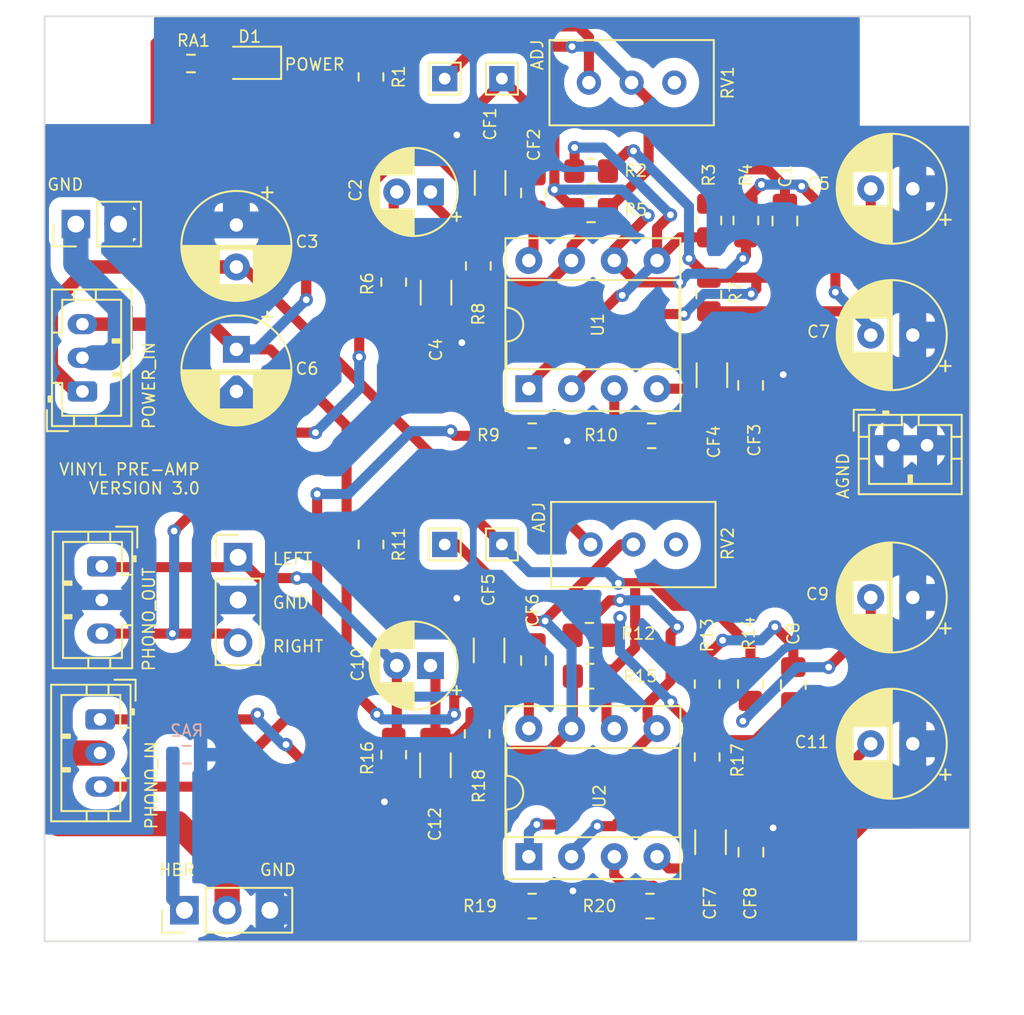
<source format=kicad_pcb>
(kicad_pcb (version 20221018) (generator pcbnew)
  (layers (0 "F.Cu" signal) (31 "B.Cu" signal) (34 "B.Paste" user) (35 "F.Paste" user) (36 "B.SilkS" user "B.Silkscreen") (37 "F.SilkS" user "F.Silkscreen") (38 "B.Mask" user) (39 "F.Mask" user) (44 "Edge.Cuts" user))
  (net 0 "")
  (net 1 "V-")
  (net 2 "V+")
  (net 3 "LEFTIN")
  (net 4 "RIGHTIN")
  (net 5 "LEFTOUT")
  (net 6 "RIGHTOUT")
  (net 7 "AGND")
  (net 9 "Net-(R1-Pad1)")
  (net 10 "Net-(C2-Pad1)")
  (net 11 "Net-(U1-InA-)")
  (net 12 "Net-(C9-Pad2)")
  (net 14 "Net-(C11-Pad2)")
  (net 15 "Net-(U2-InA-)")
  (net 16 "Net-(D1-A)")
  (net 17 "Net-(U1-InB-)")
  (net 18 "Net-(U1-InB+)")
  (net 19 "Net-(U1-OutB)")
  (net 20 "Net-(U1-InA+)")
  (net 21 "Net-(R11-Pad1)")
  (net 22 "Net-(U2-InB-)")
  (net 23 "Net-(U2-InB+)")
  (net 24 "Net-(U2-OutB)")
  (net 25 "Net-(U2-InA+)")
  (net 26 "PGND")
  (net 27 "GNDIN")
  (net 28 "Net-(C1-Pad2)")
  (net 29 "Net-(C5-Pad2)")
  (net 30 "Net-(C7-Pad2)")
  (net 31 "Net-(C8-Pad2)")
  (net 32 "Net-(C10-Pad1)")
  (net 33 "Net-(J8-Pin_1)")
  (footprint "Connector_PinHeader_2.54mm:PinHeader_1x02_P2.54mm_Vertical" (layer "F.Cu") (at 133.26 92.95 90)
    (fp_text reference "J3" hide)
    (fp_text value "Conn_01x02_Pin")
  )
  (footprint "Resistor_SMD:R_0805_2012Metric_Pad1.20x1.40mm_HandSolder" (layer "F.Cu") (at 167.48 105.5375 180)
    (fp_text reference "R10")
    (fp_text value "2K2")
  )
  (footprint "MountingHole:MountingHole_3.2mm_M3" (layer "F.Cu") (at 183.9 133.1)
    (fp_text reference "H3" hide)
    (fp_text value "MountingHole")
  )
  (footprint "Resistor_SMD:R_0805_2012Metric_Pad1.20x1.40mm_HandSolder" (layer "F.Cu") (at 170.88 97.1375 90)
    (fp_text reference "R7")
    (fp_text value "4.7K")
  )
  (footprint "Package_DIP:DIP-8_W7.62mm_Socket" (layer "F.Cu") (at 160.18 130.565124 90)
    (fp_text reference "U2")
    (fp_text value "OPA2134")
  )
  (footprint "Resistor_SMD:R_0805_2012Metric_Pad1.20x1.40mm_HandSolder" (layer "F.Cu") (at 157.18 95.4375 -90)
    (fp_text reference "R8")
    (fp_text value "750R")
  )
  (footprint "Capacitor_SMD:C_0805_2012Metric_Pad1.18x1.45mm_HandSolder" (layer "F.Cu") (at 160.457616 118.902624 -90)
    (fp_text reference "CF6")
    (fp_text value "0.1u")
  )
  (footprint "Resistor_SMD:R_0805_2012Metric_Pad1.20x1.40mm_HandSolder" (layer "F.Cu") (at 157.111414 123.265124 -90)
    (fp_text reference "R18")
    (fp_text value "750R")
  )
  (footprint "Capacitor_THT:CP_Radial_D5.0mm_P2.00mm" (layer "F.Cu") (at 154.335113 119.2 180)
    (fp_text reference "C10")
    (fp_text value "1U C0G")
  )
  (footprint "Resistor_SMD:R_0805_2012Metric_Pad1.20x1.40mm_HandSolder" (layer "F.Cu") (at 160.38 133.502624 180)
    (fp_text reference "R19")
    (fp_text value "47K")
  )
  (footprint "Resistor_SMD:R_0805_2012Metric_Pad1.20x1.40mm_HandSolder" (layer "F.Cu") (at 160.38 105.5375 180)
    (fp_text reference "R9")
    (fp_text value "47K")
  )
  (footprint "Resistor_SMD:R_0805_2012Metric_Pad1.20x1.40mm_HandSolder" (layer "F.Cu") (at 163.796424 119.832624)
    (fp_text reference "R15")
    (fp_text value "100K")
  )
  (footprint "Resistor_SMD:R_0603_1608Metric" (layer "F.Cu") (at 140.1 83.4 180)
    (fp_text reference "RA1")
    (fp_text value "5.1K")
  )
  (footprint "Capacitor_THT:CP_Radial_D6.3mm_P2.50mm" (layer "F.Cu") (at 142.8 93 -90)
    (fp_text reference "C3")
    (fp_text value "100U 16V")
  )
  (footprint "Capacitor_SMD:C_1206_3216Metric_Pad1.33x1.80mm_HandSolder" (layer "F.Cu") (at 154.665 97.03 90)
    (fp_text reference "C4")
    (fp_text value "0.1U C0G")
  )
  (footprint "Package_DIP:DIP-8_W7.62mm_Socket" (layer "F.Cu") (at 160.18 102.7375 90)
    (fp_text reference "U1")
    (fp_text value "OPA2134")
  )
  (footprint "MountingHole:MountingHole_3.2mm_M3" (layer "F.Cu") (at 133.9 133.1)
    (fp_text reference "H4" hide)
    (fp_text value "MountingHole")
  )
  (footprint "Resistor_SMD:R_0805_2012Metric_Pad1.20x1.40mm_HandSolder" (layer "F.Cu") (at 152.15 124.5 90)
    (fp_text reference "R16")
    (fp_text value "100K")
  )
  (footprint "TestPoint:TestPoint_THTPad_1.5x1.5mm_Drill0.7mm" (layer "F.Cu") (at 155.18 112)
    (fp_text reference "TP3" hide)
    (fp_text value "TestPoint")
  )
  (footprint "Connector_JST:JST_PH_B3B-PH-K_1x03_P2.00mm_Vertical" (layer "F.Cu") (at 134.7 122.4 -90)
    (fp_text reference "J7" hide)
    (fp_text value "Conn_01x03_Male")
  )
  (footprint "TestPoint:TestPoint_THTPad_1.5x1.5mm_Drill0.7mm" (layer "F.Cu") (at 158.58 112)
    (fp_text reference "TP4" hide)
    (fp_text value "TestPoint")
  )
  (footprint "Capacitor_SMD:C_1206_3216Metric_Pad1.33x1.80mm_HandSolder" (layer "F.Cu") (at 170.98 129.702624 -90)
    (fp_text reference "CF7")
    (fp_text value "10u")
  )
  (footprint "Resistor_SMD:R_0805_2012Metric_Pad1.20x1.40mm_HandSolder" (layer "F.Cu") (at 150.8 112 -90)
    (fp_text reference "R11")
    (fp_text value "2.7K")
  )
  (footprint "Resistor_SMD:R_0805_2012Metric_Pad1.20x1.40mm_HandSolder" (layer "F.Cu") (at 170.78 120.3 90)
    (fp_text reference "R13")
    (fp_text value "10K")
  )
  (footprint "MountingHole:MountingHole_3.2mm_M3" (layer "F.Cu") (at 183.9 83.1)
    (fp_text reference "H2" hide)
    (fp_text value "MountingHole")
  )
  (footprint "Capacitor_SMD:C_0805_2012Metric_Pad1.18x1.45mm_HandSolder" (layer "F.Cu") (at 173.36151 102.5375 -90)
    (fp_text reference "CF3")
    (fp_text value "0.1u")
  )
  (footprint "Resistor_SMD:R_0805_2012Metric_Pad1.20x1.40mm_HandSolder" (layer "F.Cu") (at 167.38 133.502624)
    (fp_text reference "R20")
    (fp_text value "2K2")
  )
  (footprint "Resistor_SMD:R_0805_2012Metric_Pad1.20x1.40mm_HandSolder" (layer "F.Cu") (at 173.08 92.7375 -90)
    (fp_text reference "R4")
    (fp_text value "2K7")
  )
  (footprint "Connector_JST:JST_PH_B2B-PH-K_1x02_P2.00mm_Vertical" (layer "F.Cu") (at 181.85 106.1)
    (fp_text reference "J1" hide)
    (fp_text value "Conn_01x02_Male")
  )
  (footprint "LED_SMD:LED_0805_2012Metric_Pad1.15x1.40mm_HandSolder" (layer "F.Cu") (at 143.6 83.36 180)
    (fp_text reference "D1")
    (fp_text value "YELLOW")
  )
  (footprint "Connector_JST:JST_PH_B3B-PH-K_1x03_P2.00mm_Vertical" (layer "F.Cu") (at 134.8 113.3 -90)
    (fp_text reference "J6" hide)
    (fp_text value "Conn_01x03_Male")
  )
  (footprint "Capacitor_SMD:C_1206_3216Metric_Pad1.33x1.80mm_HandSolder" (layer "F.Cu") (at 157.818808 118.302624 -90)
    (fp_text reference "CF5")
    (fp_text value "10u")
  )
  (footprint "Capacitor_SMD:C_0805_2012Metric_Pad1.18x1.45mm_HandSolder" (layer "F.Cu") (at 160.457616 91.1 -90)
    (fp_text reference "CF2")
    (fp_text value "0.1u")
  )
  (footprint "Capacitor_THT:CP_Radial_D5.0mm_P2.00mm" (layer "F.Cu") (at 154.335113 91.0375 180)
    (fp_text reference "C2")
    (fp_text value "1U C0G")
  )
  (footprint "Resistor_SMD:R_0805_2012Metric_Pad1.20x1.40mm_HandSolder" (layer "F.Cu") (at 170.88 92.7375 90)
    (fp_text reference "R3")
    (fp_text value "10K")
  )
  (footprint "Capacitor_SMD:C_0805_2012Metric_Pad1.18x1.45mm_HandSolder" (layer "F.Cu") (at 175.4 92.7675 90)
    (fp_text reference "C1")
    (fp_text value "22N C0G")
  )
  (footprint "Capacitor_SMD:C_1206_3216Metric_Pad1.33x1.80mm_HandSolder" (layer "F.Cu") (at 154.630707 125.13 90)
    (fp_text reference "C12")
    (fp_text value "0.1U C0G")
  )
  (footprint "Connector_PinHeader_2.54mm:PinHeader_1x03_P2.54mm_Vertical" (layer "F.Cu") (at 142.9 112.76)
    (fp_text reference "J5" hide)
    (fp_text value "Conn_01x03_Male")
  )
  (footprint "TestPoint:TestPoint_THTPad_1.5x1.5mm_Drill0.7mm" (layer "F.Cu") (at 158.58 84.3)
    (fp_text reference "TP2" hide)
    (fp_text value "TestPoint")
  )
  (footprint "MountingHole:MountingHole_3.2mm_M3" (layer "F.Cu") (at 133.9 83.1)
    (fp_text reference "H1" hide)
    (fp_text value "MountingHole")
  )
  (footprint "Potentiometer_THT:Potentiometer_Bourns_3296W_Vertical" (layer "F.Cu") (at 168.83 84.5375)
    (fp_text reference "RV1")
    (fp_text value "50K")
  )
  (footprint "Capacitor_SMD:C_1206_3216Metric_Pad1.33x1.80mm_HandSolder" (layer "F.Cu") (at 157.88 90.5 -90)
    (fp_text reference "CF1")
    (fp_text value "10u")
  )
  (footprint "Resistor_SMD:R_0805_2012Metric_Pad1.20x1.40mm_HandSolder" (layer "F.Cu") (at 150.8 84.2 -90)
    (fp_text reference "R1")
    (fp_text value "2.7K")
  )
  (footprint "Resistor_SMD:R_0805_2012Metric_Pad1.20x1.40mm_HandSolder" (layer "F.Cu") (at 163.88 92.1 180)
    (fp_text reference "R5")
    (fp_text value "100K")
  )
  (footprint "Capacitor_THT:CP_Radial_D6.3mm_P2.50mm" (layer "F.Cu") (at 183 115.15 180)
    (fp_text reference "C9")
    (fp_text value "22U")
  )
  (footprint "Capacitor_THT:CP_Radial_D6.3mm_P2.50mm" (layer "F.Cu") (at 183 123.85 180)
    (fp_text reference "C11")
    (fp_text value "22U")
  )
  (footprint "Resistor_SMD:R_0805_2012Metric_Pad1.20x1.40mm_HandSolder" (layer "F.Cu") (at 152.15 96.4 90)
    (fp_text reference "R6")
    (fp_text value "100K")
  )
  (footprint "Capacitor_SMD:C_0805_2012Metric_Pad1.18x1.45mm_HandSolder" (layer "F.Cu") (at 173.38 130.3 -90)
    (fp_text reference "CF8")
    (fp_text value "0.1u")
  )
  (footprint "Capacitor_SMD:C_0805_2012Metric_Pad1.18x1.45mm_HandSolder" (layer "F.Cu") (at 175.9 120.33 90)
    (fp_text reference "C8")
    (fp_text value "22N C0G")
  )
  (footprint "TestPoint:TestPoint_THTPad_1.5x1.5mm_Drill0.7mm" (layer "F.Cu") (at 155.18 84.3)
    (fp_text reference "TP1" hide)
    (fp_text value "TestPoint")
  )
  (footprint "Connector_PinHeader_2.54mm:PinHeader_1x03_P2.54mm_Vertical" (layer "F.Cu") (at 139.71 133.75 90)
    (fp_text reference "J8" hide)
    (fp_text value "Conn_01x03_Pin")
  )
  (footprint "Resistor_SMD:R_0805_2012Metric_Pad1.20x1.40mm_HandSolder" (layer "F.Cu") (at 173.35 120.3 90)
    (fp_text reference "R14")
    (fp_text value "2K7")
  )
  (footprint "Resistor_SMD:R_0805_2012Metric_Pad1.20x1.40mm_HandSolder" (layer "F.Cu") (at 163.88 89.8 180)
    (fp_text reference "R2")
    (fp_text value "180K")
  )
  (footprint "Capacitor_THT:CP_Radial_D6.3mm_P2.50mm" (layer "F.Cu") (at 183 90.85 180)
    (fp_text reference "C5")
    (fp_text value "22U")
  )
  (footprint "Capacitor_THT:CP_Radial_D6.3mm_P2.50mm" (layer "F.Cu") (at 183 99.55 180)
    (fp_text reference "C7")
    (fp_text value "22U")
  )
  (footprint "Potentiometer_THT:Potentiometer_Bourns_3296W_Vertical" (layer "F.Cu") (at 168.93 112)
    (fp_text reference "RV2")
    (fp_text value "50K")
  )
  (footprint "Capacitor_THT:CP_Radial_D6.3mm_P2.50mm" (layer "F.Cu") (at 142.8 100.4 -90)
    (fp_text reference "C6")
    (fp_text value "100U 16V")
  )
  (footprint "Capacitor_SMD:C_1206_3216Metric_Pad1.33x1.80mm_HandSolder" (layer "F.Cu") (at 171.06151 101.9375 -90)
    (fp_text reference "CF4")
    (fp_text value "10u")
  )
  (footprint "Resistor_SMD:R_0805_2012Metric_Pad1.20x1.40mm_HandSolder" (layer "F.Cu") (at 163.78 117.4 180)
    (fp_text reference "R12")
    (fp_text value "180K")
  )
  (footprint "Connector_JST:JST_PH_B3B-PH-K_1x03_P2.00mm_Vertical" (layer "F.Cu") (at 133.65 102.9 90)
    (fp_text reference "J4" hide)
    (fp_text value "Conn_01x03_Male")
  )
  (footprint "Resistor_SMD:R_0805_2012Metric_Pad1.20x1.40mm_HandSolder" (layer "F.Cu") (at 170.78 124.637624 90)
    (fp_text reference "R17")
    (fp_text value "4.7K")
  )
  (footprint "Resistor_SMD:R_0603_1608Metric" (layer "B.Cu") (at 139.85 124.5 180)
    (fp_text reference "RA2")
    (fp_text value "20R")
  )
  (gr_line (start 186.4 135.6) (end 186.4 80.6) (stroke (width 0.1)) (layer "Edge.Cuts"))
  (gr_line (start 186.4 80.6) (end 131.4 80.6) (stroke (width 0.1)) (layer "Edge.Cuts"))
  (gr_line (start 131.4 80.6) (end 131.4 135.6) (stroke (width 0.1)) (layer "Edge.Cuts"))
  (gr_line (start 131.4 135.6) (end 186.4 135.6) (stroke (width 0.1)) (layer "Edge.Cuts"))
  (gr_text "PHONO_IN" (at 137.75 129 90) (layer "F.SilkS") (effects (font (size 0.7 0.7) (thickness 0.1)) (justify left)))
  (gr_text "GND\n" (at 144.9 115.46) (layer "F.SilkS") (effects (font (size 0.7 0.7) (thickness 0.1)) (justify left)))
  (gr_text "AGND\n" (at 178.85 109.35 90) (layer "F.SilkS") (effects (font (size 0.7 0.7) (thickness 0.1)) (justify left)))
  (gr_text "PHONO_OUT" (at 137.6 119.6 90) (layer "F.SilkS") (effects (font (size 0.7 0.7) (thickness 0.1)) (justify left)))
  (gr_text "POWER_IN" (at 137.6 105.2 90) (layer "F.SilkS") (effects (font (size 0.7 0.7) (thickness 0.1)) (justify left)))
  (gr_text "VINYL PRE-AMP\nVERSION 3.0" (at 140.7 108.1) (layer "F.SilkS") (effects (font (size 0.7 0.7) (thickness 0.1)) (justify right)))
  (gr_text "GND" (at 131.5 90.6) (layer "F.SilkS") (effects (font (size 0.7 0.7) (thickness 0.1)) (justify left)))
  (gr_text "POWER" (at 145.6 83.46) (layer "F.SilkS") (effects (font (size 0.7 0.7) (thickness 0.1)) (justify left)))
  (gr_text "GND" (at 144.135 131.35) (layer "F.SilkS") (effects (font (size 0.7 0.7) (thickness 0.1)) (justify left)))
  (gr_text "HBR\n" (at 138.135 131.35) (layer "F.SilkS") (effects (font (size 0.7 0.7) (thickness 0.1)) (justify left)))
  (gr_text "ADJ" (at 160.78 109.4 90) (layer "F.SilkS") (effects (font (size 0.7 0.7) (thickness 0.1)) (justify right)))
  (gr_text "ADJ" (at 160.68 81.9 90) (layer "F.SilkS") (effects (font (size 0.7 0.7) (thickness 0.1)) (justify right)))
  (gr_text "RIGHT" (at 144.9 118.06) (layer "F.SilkS") (effects (font (size 0.7 0.7) (thickness 0.1)) (justify left)))
  (gr_text "LEFT" (at 144.9 112.86) (layer "F.SilkS") (effects (font (size 0.7 0.7) (thickness 0.1)) (justify left)))
  (segment (start 133.25 102.9) (end 131.8 101.45) (width 0.8) (layer "F.Cu") (net 1))
  (segment (start 134.05 95.5) (end 138 95.5) (width 0.8) (layer "F.Cu") (net 1))
  (segment (start 172.307252 131.3375) (end 173.38 131.3375) (width 0.6) (layer "F.Cu") (net 1))
  (segment (start 167.8 102.7375) (end 170.29901 102.7375) (width 0.6) (layer "F.Cu") (net 1))
  (segment (start 170.29901 102.7375) (end 171.06151 103.5) (width 0.6) (layer "F.Cu") (net 1))
  (segment (start 131.8 97.75) (end 134.05 95.5) (width 0.8) (layer "F.Cu") (net 1))
  (segment (start 183.4 110.9) (end 185.8 113.3) (width 0.6) (layer "F.Cu") (net 1))
  (segment (start 185.8 113.3) (end 185.8 125.75) (width 0.6) (layer "F.Cu") (net 1))
  (segment (start 171.06151 104.816652) (end 171.06151 103.5) (width 0.6) (layer "F.Cu") (net 1))
  (segment (start 172.3 103.5) (end 172.3 106.6) (width 0.6) (layer "F.Cu") (net 1))
  (segment (start 138 95.5) (end 142.8 95.5) (width 0.8) (layer "F.Cu") (net 1))
  (segment (start 172.234876 131.265124) (end 172.307252 131.3375) (width 0.6) (layer "F.Cu") (net 1))
  (segment (start 155.727207 108) (end 167.878162 108) (width 0.6) (layer "F.Cu") (net 1))
  (segment (start 171.06151 103.5) (end 172.3 103.5) (width 0.6) (layer "F.Cu") (net 1))
  (segment (start 172.234876 131.265124) (end 170.98 131.265124) (width 0.6) (layer "F.Cu") (net 1))
  (segment (start 182.95 128.6) (end 180.2125 128.6) (width 0.6) (layer "F.Cu") (net 1))
  (segment (start 168.5 131.265124) (end 167.8 130.565124) (width 0.6) (layer "F.Cu") (net 1))
  (segment (start 167.878162 108) (end 171.06151 104.816652) (width 0.6) (layer "F.Cu") (net 1))
  (segment (start 144.625 83.36) (end 143.065 81.8) (width 0.6) (layer "F.Cu") (net 1))
  (segment (start 138 82.2) (end 138 95.5) (width 0.6) (layer "F.Cu") (net 1))
  (segment (start 177.475 131.3375) (end 173.38 131.3375) (width 0.6) (layer "F.Cu") (net 1))
  (segment (start 172.3 106.6) (end 176.6 110.9) (width 0.6) (layer "F.Cu") (net 1))
  (segment (start 185.8 125.75) (end 182.95 128.6) (width 0.6) (layer "F.Cu") (net 1))
  (segment (start 172.3 103.5) (end 173.28651 103.5) (width 0.6) (layer "F.Cu") (net 1))
  (segment (start 180.2125 128.6) (end 177.475 131.3375) (width 0.6) (layer "F.Cu") (net 1))
  (segment (start 170.98 131.265124) (end 168.5 131.265124) (width 0.6) (layer "F.Cu") (net 1))
  (segment (start 143.065 81.8) (end 138.4 81.8) (width 0.6) (layer "F.Cu") (net 1))
  (segment (start 138.4 81.8) (end 138 82.2) (width 0.6) (layer "F.Cu") (net 1))
  (segment (start 143.227207 95.5) (end 155.727207 108) (width 0.6) (layer "F.Cu") (net 1))
  (segment (start 131.8 101.45) (end 131.8 97.75) (width 0.8) (layer "F.Cu") (net 1))
  (segment (start 176.6 110.9) (end 183.4 110.9) (width 0.6) (layer "F.Cu") (net 1))
  (segment (start 142.8 100.4) (end 144.8 100.4) (width 0.6) (layer "F.Cu") (net 2))
  (segment (start 155.75 121.033932) (end 155.75 122.1) (width 0.6) (layer "F.Cu") (net 2))
  (segment (start 155.0175 89.2) (end 152.2 89.2) (width 0.6) (layer "F.Cu") (net 2))
  (segment (start 160.18 122.945124) (end 160.18 120.21774) (width 0.6) (layer "F.Cu") (net 2))
  (segment (start 134.3 98.9) (end 141.3 98.9) (width 0.8) (layer "F.Cu") (net 2))
  (segment (start 141.3 98.9) (end 142.8 100.4) (width 0.8) (layer "F.Cu") (net 2))
  (segment (start 146.95 94.45) (end 146.95 97.45) (width 0.6) (layer "F.Cu") (net 2))
  (segment (start 144.8 100.4) (end 149.35 104.95) (width 0.6) (layer "F.Cu") (net 2))
  (segment (start 157.818808 119.865124) (end 156.918808 119.865124) (width 0.6) (layer "F.Cu") (net 2))
  (segment (start 156.918808 119.865124) (end 155.75 121.033932) (width 0.6) (layer "F.Cu") (net 2))
  (segment (start 149.35 120.3) (end 151.15 122.1) (width 0.6) (layer "F.Cu") (net 2))
  (segment (start 157.88 92.0625) (end 160.382616 92.0625) (width 0.6) (layer "F.Cu") (net 2))
  (segment (start 152.2 89.2) (end 146.95 94.45) (width 0.6) (layer "F.Cu") (net 2))
  (segment (start 160.457616 119.940124) (end 157.893808 119.940124) (width 0.6) (layer "F.Cu") (net 2))
  (segment (start 139.275 83.4) (end 146.95 91.075) (width 0.6) (layer "F.Cu") (net 2))
  (segment (start 160.457616 92.1375) (end 160.457616 94.839884) (width 0.6) (layer "F.Cu") (net 2))
  (segment (start 149.35 104.95) (end 149.35 120.3) (width 0.6) (layer "F.Cu") (net 2))
  (segment (start 146.95 91.075) (end 146.95 97.45) (width 0.6) (layer "F.Cu") (net 2))
  (segment (start 157.88 92.0625) (end 155.0175 89.2) (width 0.6) (layer "F.Cu") (net 2))
  (via (at 146.95 97.45) (size 0.8) (drill 0.4) (layers "F.Cu" "B.Cu") (net 2))
  (via (at 155.75 122.1) (size 0.8) (drill 0.4) (layers "F.Cu" "B.Cu") (net 2))
  (via (at 151.15 122.1) (size 0.8) (drill 0.4) (layers "F.Cu" "B.Cu") (net 2))
  (segment (start 142.8 100.4) (end 144 100.4) (width 0.6) (layer "B.Cu") (net 2))
  (segment (start 155.45 122.4) (end 155.75 122.1) (width 0.6) (layer "B.Cu") (net 2))
  (segment (start 144 100.4) (end 146.95 97.45) (width 0.6) (layer "B.Cu") (net 2))
  (segment (start 151.45 122.4) (end 155.45 122.4) (width 0.6) (layer "B.Cu") (net 2))
  (segment (start 151.15 122.1) (end 151.45 122.4) (width 0.6) (layer "B.Cu") (net 2))
  (segment (start 134.7 122.4) (end 143.75 122.4) (width 0.6) (layer "F.Cu") (net 3))
  (segment (start 155.352624 133.502624) (end 145.75 123.9) (width 0.6) (layer "F.Cu") (net 3))
  (segment (start 160.58 134.702624) (end 159.38 133.502624) (width 0.6) (layer "F.Cu") (net 3))
  (segment (start 159.38 133.502624) (end 155.352624 133.502624) (width 0.6) (layer "F.Cu") (net 3))
  (segment (start 143.75 122.4) (end 144.05 122.1) (width 0.6) (layer "F.Cu") (net 3))
  (segment (start 165.18 134.702624) (end 160.58 134.702624) (width 0.6) (layer "F.Cu") (net 3))
  (segment (start 166.38 133.502624) (end 165.18 134.702624) (width 0.6) (layer "F.Cu") (net 3))
  (via (at 145.75 123.9) (size 0.8) (drill 0.4) (layers "F.Cu" "B.Cu") (net 3))
  (via (at 144.05 122.1) (size 0.8) (drill 0.4) (layers "F.Cu" "B.Cu") (net 3))
  (segment (start 145.75 123.9) (end 145.55 123.9) (width 0.6) (layer "B.Cu") (net 3))
  (segment (start 145.55 123.9) (end 144.05 122.4) (width 0.6) (layer "B.Cu") (net 3))
  (segment (start 144.05 122.4) (end 144.05 122.1) (width 0.6) (layer "B.Cu") (net 3))
  (segment (start 160.5925 106.75) (end 159.38 105.5375) (width 0.6) (layer "F.Cu") (net 4))
  (segment (start 167.2675 106.75) (end 160.5925 106.75) (width 0.6) (layer "F.Cu") (net 4))
  (segment (start 168.48 105.5375) (end 167.2675 106.75) (width 0.6) (layer "F.Cu") (net 4))
  (segment (start 134.7 126.4) (end 141.722793 126.4) (width 0.6) (layer "F.Cu") (net 4))
  (segment (start 159.38 105.5375) (end 155.810294 105.5375) (width 0.6) (layer "F.Cu") (net 4))
  (segment (start 141.722793 126.4) (end 147.6 120.522793) (width 0.6) (layer "F.Cu") (net 4))
  (segment (start 155.810294 105.5375) (end 155.536397 105.263603) (width 0.6) (layer "F.Cu") (net 4))
  (segment (start 147.6 120.522793) (end 147.6 109) (width 0.6) (layer "F.Cu") (net 4))
  (via (at 155.536397 105.263603) (size 0.8) (drill 0.4) (layers "F.Cu" "B.Cu") (net 4))
  (via (at 147.6 109) (size 0.8) (drill 0.4) (layers "F.Cu" "B.Cu") (net 4))
  (segment (start 153.186397 105.263603) (end 149.45 109) (width 0.6) (layer "B.Cu") (net 4))
  (segment (start 149.45 109) (end 147.6 109) (width 0.6) (layer "B.Cu") (net 4))
  (segment (start 155.536397 105.263603) (end 153.186397 105.263603) (width 0.6) (layer "B.Cu") (net 4))
  (segment (start 142.31 113.35) (end 134.85 113.35) (width 0.6) (layer "F.Cu") (net 5))
  (segment (start 146.4 114) (end 144.14 114) (width 0.6) (layer "F.Cu") (net 5))
  (segment (start 144.14 114) (end 142.9 112.76) (width 0.6) (layer "F.Cu") (net 5))
  (segment (start 152.335113 119.2) (end 152.335113 123.314887) (width 0.6) (layer "F.Cu") (net 5))
  (segment (start 142.9 112.76) (end 142.31 113.35) (width 0.6) (layer "F.Cu") (net 5))
  (via (at 146.4 114) (size 0.8) (drill 0.4) (layers "F.Cu" "B.Cu") (net 5))
  (segment (start 152.335113 119.2) (end 147.135113 114) (width 0.6) (layer "B.Cu") (net 5))
  (segment (start 147.135113 114) (end 146.4 114) (width 0.6) (layer "B.Cu") (net 5))
  (segment (start 144.950001 105.349999) (end 147.500001 105.349999) (width 0.6) (layer "F.Cu") (net 6))
  (segment (start 134.8 117.3) (end 142.36 117.3) (width 0.6) (layer "F.Cu") (net 6))
  (segment (start 152.15 95.4) (end 150.1 97.45) (width 0.6) (layer "F.Cu") (net 6))
  (segment (start 150.1 97.45) (end 150.1 100.85) (width 0.6) (layer "F.Cu") (net 6))
  (segment (start 142.36 117.3) (end 142.9 117.84) (width 0.6) (layer "F.Cu") (net 6))
  (segment (start 152.15 95.4) (end 152.15 91.222613) (width 0.6) (layer "F.Cu") (net 6))
  (segment (start 139.1 111.2) (end 144.950001 105.349999) (width 0.6) (layer "F.Cu") (net 6))
  (via (at 139 117.3) (size 0.8) (drill 0.4) (layers "F.Cu" "B.Cu") (net 6))
  (via (at 139.1 111.2) (size 0.8) (drill 0.4) (layers "F.Cu" "B.Cu") (net 6))
  (via (at 147.500001 105.349999) (size 0.8) (drill 0.4) (layers "F.Cu" "B.Cu") (net 6))
  (via (at 150.1 100.85) (size 0.8) (drill 0.4) (layers "F.Cu" "B.Cu") (net 6))
  (segment (start 150.1 100.85) (end 150.1 102.75) (width 0.6) (layer "B.Cu") (net 6))
  (segment (start 139.1 111.2) (end 139.1 117.2) (width 0.6) (layer "B.Cu") (net 6))
  (segment (start 139.1 117.2) (end 139 117.3) (width 0.6) (layer "B.Cu") (net 6))
  (segment (start 150.1 102.75) (end 147.500001 105.349999) (width 0.6) (layer "B.Cu") (net 6))
  (segment (start 173.36151 101.5) (end 174.9 101.5) (width 0.6) (layer "F.Cu") (net 7))
  (segment (start 174.9 101.5) (end 175.3 101.9) (width 0.6) (layer "F.Cu") (net 7))
  (segment (start 153.3425 98.5925) (end 152.15 97.4) (width 0.6) (layer "F.Cu") (net 7))
  (segment (start 171.06151 100.375) (end 172.23651 100.375) (width 0.6) (layer "F.Cu") (net 7))
  (segment (start 161.897376 133.502624) (end 162.8 132.6) (width 0.6) (layer "F.Cu") (net 7))
  (segment (start 160.457616 117.865124) (end 158.943808 117.865124) (width 0.6) (layer "F.Cu") (net 7))
  (segment (start 157.1375 88.9375) (end 155.9 87.7) (width 0.6) (layer "F.Cu") (net 7))
  (segment (start 172.257624 128.140124) (end 173.38 129.2625) (width 0.6) (layer "F.Cu") (net 7))
  (segment (start 174.2875 129.2625) (end 174.7 128.85) (width 0.6) (layer "F.Cu") (net 7))
  (segment (start 173.38 129.2625) (end 174.2875 129.2625) (width 0.6) (layer "F.Cu") (net 7))
  (segment (start 158.943808 117.865124) (end 157.818808 116.740124) (width 0.6) (layer "F.Cu") (net 7))
  (segment (start 154.665 98.5925) (end 153.3425 98.5925) (width 0.6) (layer "F.Cu") (net 7))
  (segment (start 159.005 90.0625) (end 157.88 88.9375) (width 0.6) (layer "F.Cu") (net 7))
  (segment (start 172.23651 100.375) (end 173.36151 101.5) (width 0.6) (layer "F.Cu") (net 7))
  (segment (start 152.15 125.5) (end 152.15 126.75) (width 0.6) (layer "F.Cu") (net 7))
  (segment (start 157.88 88.9375) (end 157.1375 88.9375) (width 0.6) (layer "F.Cu") (net 7))
  (segment (start 154.7925 98.5925) (end 156.2 100) (width 0.6) (layer "F.Cu") (net 7))
  (segment (start 152.15 126.75) (end 151.6 127.3) (width 0.6) (layer "F.Cu") (net 7))
  (segment (start 160.457616 90.0625) (end 159.005 90.0625) (width 0.6) (layer "F.Cu") (net 7))
  (segment (start 170.98 128.140124) (end 172.257624 128.140124) (width 0.6) (layer "F.Cu") (net 7))
  (segment (start 162.151059 105.5375) (end 162.463559 105.85) (width 0.6) (layer "F.Cu") (net 7))
  (segment (start 154.630707 126.6925) (end 153.3425 126.6925) (width 0.6) (layer "F.Cu") (net 7))
  (segment (start 153.3425 126.6925) (end 152.15 125.5) (width 0.6) (layer "F.Cu") (net 7))
  (segment (start 157.440124 116.740124) (end 155.9 115.2) (width 0.6) (layer "F.Cu") (net 7))
  (segment (start 155.9 87.7) (end 155.9 87.65) (width 0.6) (layer "F.Cu") (net 7))
  (segment (start 161.38 105.5375) (end 162.151059 105.5375) (width 0.6) (layer "F.Cu") (net 7))
  (segment (start 161.38 133.502624) (end 161.897376 133.502624) (width 0.6) (layer "F.Cu") (net 7))
  (via (at 175.3 101.9) (size 0.8) (drill 0.4) (layers "F.Cu" "B.Cu") (net 7))
  (via (at 155.9 115.2) (size 0.8) (drill 0.4) (layers "F.Cu" "B.Cu") (net 7))
  (via (at 174.7 128.85) (size 0.8) (drill 0.4) (layers "F.Cu" "B.Cu") (net 7))
  (via (at 155.9 87.65) (size 0.8) (drill 0.4) (layers "F.Cu" "B.Cu") (net 7))
  (via (at 156.2 100) (size 0.8) (drill 0.4) (layers "F.Cu" "B.Cu") (net 7))
  (via (at 151.6 127.3) (size 0.8) (drill 0.4) (layers "F.Cu" "B.Cu") (net 7))
  (via (at 162.8 132.6) (size 0.8) (drill 0.4) (layers "F.Cu" "B.Cu") (net 7))
  (via (at 162.463559 105.85) (size 0.8) (drill 0.4) (layers "F.Cu" "B.Cu") (net 7))
  (segment (start 163.122793 81.2) (end 163.75 81.827207) (width 0.6) (layer "F.Cu") (net 9))
  (segment (start 150.8 83.2) (end 152.8 81.2) (width 0.6) (layer "F.Cu") (net 9))
  (segment (start 152.8 81.2) (end 163.122793 81.2) (width 0.6) (layer "F.Cu") (net 9))
  (segment (start 163.75 81.827207) (end 163.75 84.5375) (width 0.6) (layer "F.Cu") (net 9))
  (segment (start 154.665 95.4675) (end 156.15 95.4675) (width 0.6) (layer "F.Cu") (net 10))
  (segment (start 154.335113 91.0375) (end 154.335113 91.592613) (width 0.6) (layer "F.Cu") (net 10))
  (segment (start 154.335113 91.592613) (end 157.18 94.4375) (width 0.6) (layer "F.Cu") (net 10))
  (segment (start 156.15 95.4675) (end 157.18 94.4375) (width 0.6) (layer "F.Cu") (net 10))
  (segment (start 175.4 93.805) (end 175.4 95.1) (width 0.6) (layer "F.Cu") (net 11))
  (segment (start 173.7 96.1375) (end 174.3625 96.1375) (width 0.6) (layer "F.Cu") (net 11))
  (segment (start 173.7 96.1375) (end 170.88 96.1375) (width 0.6) (layer "F.Cu") (net 11))
  (segment (start 167.1575 98.3) (end 169.4 98.3) (width 0.6) (layer "F.Cu") (net 11))
  (segment (start 166.4 88.6) (end 166.08 88.6) (width 0.6) (layer "F.Cu") (net 11))
  (segment (start 173.7 96.1375) (end 173.7 96.8) (width 0.6) (layer "F.Cu") (net 11))
  (segment (start 170.8375 96.1375) (end 169.7 95) (width 0.6) (layer "F.Cu") (net 11))
  (segment (start 162.72 102.7375) (end 167.1575 98.3) (width 0.6) (layer "F.Cu") (net 11))
  (segment (start 166.08 88.6) (end 164.88 89.8) (width 0.6) (layer "F.Cu") (net 11))
  (segment (start 175.4 95.1) (end 174.3625 96.1375) (width 0.6) (layer "F.Cu") (net 11))
  (segment (start 173.7 96.8) (end 173.4 97.1) (width 0.6) (layer "F.Cu") (net 11))
  (via (at 169.4 98.3) (size 0.8) (drill 0.4) (layers "F.Cu" "B.Cu") (net 11))
  (via (at 169.7 95) (size 0.8) (drill 0.4) (layers "F.Cu" "B.Cu") (net 11))
  (via (at 173.4 97.1) (size 0.8) (drill 0.4) (layers "F.Cu" "B.Cu") (net 11))
  (via (at 166.4 88.6) (size 0.8) (drill 0.4) (layers "F.Cu" "B.Cu") (net 11))
  (segment (start 173.4 97.1) (end 170.6 97.1) (width 0.6) (layer "B.Cu") (net 11))
  (segment (start 169.7 91.9) (end 166.4 88.6) (width 0.6) (layer "B.Cu") (net 11))
  (segment (start 170.6 97.1) (end 169.4 98.3) (width 0.6) (layer "B.Cu") (net 11))
  (segment (start 169.7 95) (end 169.7 91.9) (width 0.6) (layer "B.Cu") (net 11))
  (segment (start 173.35 122.05) (end 172.9 122.5) (width 0.6) (layer "F.Cu") (net 12))
  (segment (start 173.35 121.3) (end 173.35 122.05) (width 0.6) (layer "F.Cu") (net 12))
  (segment (start 180.5 115.15) (end 180.5 116.799994) (width 0.6) (layer "F.Cu") (net 12))
  (segment (start 180.5 116.799994) (end 178 119.299994) (width 0.6) (layer "F.Cu") (net 12))
  (via (at 172.9 122.5) (size 0.8) (drill 0.4) (layers "F.Cu" "B.Cu") (net 12))
  (via (at 178 119.299994) (size 0.8) (drill 0.4) (layers "F.Cu" "B.Cu") (net 12))
  (segment (start 176.100006 119.299994) (end 178 119.299994) (width 0.6) (layer "B.Cu") (net 12))
  (segment (start 172.9 122.5) (end 176.100006 119.299994) (width 0.6) (layer "B.Cu") (net 12))
  (segment (start 170.78 125.637624) (end 178.712376 125.637624) (width 0.6) (layer "F.Cu") (net 14))
  (segment (start 178.712376 125.637624) (end 180.5 123.85) (width 0.6) (layer "F.Cu") (net 14))
  (segment (start 165.25 128.75) (end 170.362376 123.637624) (width 0.6) (layer "F.Cu") (net 15))
  (segment (start 165.25 128.75) (end 164.25 128.75) (width 0.6) (layer "F.Cu") (net 15))
  (segment (start 165 117.4) (end 165.6 116.8) (width 0.6) (layer "F.Cu") (net 15))
  (segment (start 170.78 123.637624) (end 168.617769 121.475393) (width 0.6) (layer "F.Cu") (net 15))
  (segment (start 170.78 123.637624) (end 170.362376 123.637624) (width 0.6) (layer "F.Cu") (net 15))
  (segment (start 173.629876 123.637624) (end 170.78 123.637624) (width 0.6) (layer "F.Cu") (net 15))
  (segment (start 168.617769 121.475393) (end 168.617769 121.367769) (width 0.6) (layer "F.Cu") (net 15))
  (segment (start 165.6 116.8) (end 165.6 116.35) (width 0.6) (layer "F.Cu") (net 15))
  (segment (start 175.9 121.3675) (end 173.629876 123.637624) (width 0.6) (layer "F.Cu") (net 15))
  (via (at 164.25 128.75) (size 0.8) (drill 0.4) (layers "F.Cu" "B.Cu") (net 15))
  (via (at 168.617769 121.367769) (size 0.8) (drill 0.4) (layers "F.Cu" "B.Cu") (net 15))
  (via (at 165.6 116.35) (size 0.8) (drill 0.4) (layers "F.Cu" "B.Cu") (net 15))
  (segment (start 165.6 118.35) (end 165.6 116.35) (width 0.6) (layer "B.Cu") (net 15))
  (segment (start 168.617769 121.367769) (end 165.6 118.35) (width 0.6) (layer "B.Cu") (net 15))
  (segment (start 162.72 130.28) (end 164.25 128.75) (width 0.6) (layer "B.Cu") (net 15))
  (segment (start 140.925 83.4) (end 142.535 83.4) (width 0.6) (layer "F.Cu") (net 16))
  (segment (start 165.26 94.44) (end 167.263603 92.436397) (width 0.6) (layer "F.Cu") (net 17))
  (segment (start 151.8 86.5) (end 150.8 85.5) (width 0.6) (layer "F.Cu") (net 17))
  (segment (start 161.7 90.9) (end 161.7 87.42) (width 0.6) (layer "F.Cu") (net 17))
  (segment (start 169.132502 96.4175) (end 169.15 96.400002) (width 0.6) (layer "F.Cu") (net 17))
  (segment (start 161.7 87.42) (end 158.58 84.3) (width 0.6) (layer "F.Cu") (net 17))
  (segment (start 156.6 86.5) (end 151.8 86.5) (width 0.6) (layer "F.Cu") (net 17))
  (segment (start 161.7 90.9) (end 161.7 90.92) (width 0.6) (layer "F.Cu") (net 17))
  (segment (start 165.26 95.1175) (end 165.26 94.44) (width 0.6) (layer "F.Cu") (net 17))
  (segment (start 158.58 84.52) (end 156.6 86.5) (width 0.6) (layer "F.Cu") (net 17))
  (segment (start 166.56 96.4175) (end 169.132502 96.4175) (width 0.6) (layer "F.Cu") (net 17))
  (segment (start 173.08 94.82) (end 172.9 95) (width 0.6) (layer "F.Cu") (net 17))
  (segment (start 165.26 95.1175) (end 166.56 96.4175) (width 0.6) (layer "F.Cu") (net 17))
  (segment (start 161.7 90.92) (end 162.88 92.1) (width 0.6) (layer "F.Cu") (net 17))
  (segment (start 173.08 93.7375) (end 173.08 94.82) (width 0.6) (layer "F.Cu") (net 17))
  (via (at 169.15 96.400002) (size 0.8) (drill 0.4) (layers "F.Cu" "B.Cu") (net 17))
  (via (at 161.7 90.9) (size 0.8) (drill 0.4) (layers "F.Cu" "B.Cu") (net 17))
  (via (at 167.263603 92.436397) (size 0.8) (drill 0.4) (layers "F.Cu" "B.Cu") (net 17))
  (via (at 172.9 95) (size 0.8) (drill 0.4) (layers "F.Cu" "B.Cu") (net 17))
  (segment (start 161.7 90.9) (end 165.727206 90.9) (width 0.6) (layer "B.Cu") (net 17))
  (segment (start 169.650002 95.9) (end 169.15 96.400002) (width 0.6) (layer "B.Cu") (net 17))
  (segment (start 172.9 95) (end 172 95.9) (width 0.6) (layer "B.Cu") (net 17))
  (segment (start 165.727206 90.9) (end 167.263603 92.436397) (width 0.6) (layer "B.Cu") (net 17))
  (segment (start 172 95.9) (end 169.650002 95.9) (width 0.6) (layer "B.Cu") (net 17))
  (segment (start 162.9 88.4) (end 162.9 89.78) (width 0.6) (layer "F.Cu") (net 18))
  (segment (start 167.8 93.2) (end 168.6 92.4) (width 0.6) (layer "F.Cu") (net 18))
  (segment (start 160.18 102.52) (end 165.51625 97.18375) (width 0.6) (layer "F.Cu") (net 18))
  (segment (start 169.18 93.7375) (end 167.8 95.1175) (width 0.6) (layer "F.Cu") (net 18))
  (segment (start 167.8 95.1175) (end 167.8 93.2) (width 0.6) (layer "F.Cu") (net 18))
  (segment (start 170.88 93.7375) (end 169.18 93.7375) (width 0.6) (layer "F.Cu") (net 18))
  (segment (start 165.51625 97.18375) (end 165.73375 97.18375) (width 0.6) (layer "F.Cu") (net 18))
  (via (at 168.6 92.4) (size 0.8) (drill 0.4) (layers "F.Cu" "B.Cu") (net 18))
  (via (at 165.73375 97.18375) (size 0.8) (drill 0.4) (layers "F.Cu" "B.Cu") (net 18))
  (via (at 162.9 88.4) (size 0.8) (drill 0.4) (layers "F.Cu" "B.Cu") (net 18))
  (segment (start 164.6 88.4) (end 162.9 88.4) (width 0.6) (layer "B.Cu") (net 18))
  (segment (start 167.8 95.1175) (end 165.73375 97.18375) (width 0.6) (layer "B.Cu") (net 18))
  (segment (start 168.6 92.4) (end 164.6 88.4) (width 0.6) (layer "B.Cu") (net 18))
  (segment (start 162.72 94.26) (end 164.88 92.1) (width 0.6) (layer "F.Cu") (net 19))
  (segment (start 166.29 84.5375) (end 167.3 85.5475) (width 0.6) (layer "F.Cu") (net 19))
  (segment (start 157.08 82.4) (end 162.75 82.4) (width 0.6) (layer "F.Cu") (net 19))
  (segment (start 167.3 89.68) (end 164.88 92.1) (width 0.6) (layer "F.Cu") (net 19))
  (segment (start 155.18 84.3) (end 157.08 82.4) (width 0.6) (layer "F.Cu") (net 19))
  (segment (start 161.4 96.4375) (end 162.72 95.1175) (width 0.6) (layer "F.Cu") (net 19))
  (segment (start 167.3 85.5475) (end 167.3 89.68) (width 0.6) (layer "F.Cu") (net 19))
  (segment (start 157.18 96.4375) (end 161.4 96.4375) (width 0.6) (layer "F.Cu") (net 19))
  (segment (start 162.72 95.1175) (end 162.72 94.26) (width 0.6) (layer "F.Cu") (net 19))
  (via (at 162.75 82.4) (size 0.8) (drill 0.4) (layers "F.Cu" "B.Cu") (net 19))
  (segment (start 164.1525 82.4) (end 162.75 82.4) (width 0.6) (layer "B.Cu") (net 19))
  (segment (start 166.29 84.5375) (end 164.1525 82.4) (width 0.6) (layer "B.Cu") (net 19))
  (segment (start 165.26 104.3175) (end 166.48 105.5375) (width 0.6) (layer "F.Cu") (net 20))
  (segment (start 165.26 102.7375) (end 165.26 104.3175) (width 0.6) (layer "F.Cu") (net 20))
  (segment (start 163.85 112) (end 160.9 109.05) (width 0.6) (layer "F.Cu") (net 21))
  (segment (start 152.75 109.05) (end 150.8 111) (width 0.6) (layer "F.Cu") (net 21))
  (segment (start 160.9 109.05) (end 152.75 109.05) (width 0.6) (layer "F.Cu") (net 21))
  (segment (start 156.58 110) (end 158.58 112) (width 0.6) (layer "F.Cu") (net 22))
  (segment (start 152 111.8) (end 152 111.55) (width 0.6) (layer "F.Cu") (net 22))
  (segment (start 173.35 118.077207) (end 170.922793 115.65) (width 0.6) (layer "F.Cu") (net 22))
  (segment (start 165.5 114.3) (end 166.5 114.3) (width 0.6) (layer "F.Cu") (net 22))
  (segment (start 170.922793 115.65) (end 168.827207 115.65) (width 0.6) (layer "F.Cu") (net 22))
  (segment (start 164.796424 119.832624) (end 166.5 118.129048) (width 0.6) (layer "F.Cu") (net 22))
  (segment (start 166.5 118.129048) (end 166.5 114.3) (width 0.6) (layer "F.Cu") (net 22))
  (segment (start 164.796424 119.832624) (end 164.796424 122.481548) (width 0.6) (layer "F.Cu") (net 22))
  (segment (start 150.8 113) (end 152 111.8) (width 0.6) (layer "F.Cu") (net 22))
  (segment (start 166.5 114.3) (end 167.477207 114.3) (width 0.6) (layer "F.Cu") (net 22))
  (segment (start 153.55 110) (end 156.58 110) (width 0.6) (layer "F.Cu") (net 22))
  (segment (start 152 111.55) (end 153.55 110) (width 0.6) (layer "F.Cu") (net 22))
  (segment (start 164.796424 122.481548) (end 165.26 122.945124) (width 0.6) (layer "F.Cu") (net 22))
  (segment (start 173.35 119.3) (end 173.35 118.077207) (width 0.6) (layer "F.Cu") (net 22))
  (segment (start 167.477207 114.3) (end 168.827207 115.65) (width 0.6) (layer "F.Cu") (net 22))
  (via (at 165.5 114.3) (size 0.8) (drill 0.4) (layers "F.Cu" "B.Cu") (net 22))
  (segment (start 160.23 113.65) (end 164.85 113.65) (width 0.6) (layer "B.Cu") (net 22))
  (segment (start 164.85 113.65) (end 165.5 114.3) (width 0.6) (layer "B.Cu") (net 22))
  (segment (start 158.58 112) (end 160.23 113.65) (width 0.6) (layer "B.Cu") (net 22))
  (segment (start 168.604538 119.124538) (end 170.78 121.3) (width 0.6) (layer "F.Cu") (net 23))
  (segment (start 168.604538 119.124538) (end 168.604538 117.295462) (width 0.6) (layer "F.Cu") (net 23))
  (segment (start 168.604538 119.124538) (end 168.604538 120.108206) (width 0.6) (layer "F.Cu") (net 23))
  (segment (start 167.237871 122.382995) (end 167.8 122.945124) (width 0.6) (layer "F.Cu") (net 23))
  (segment (start 167.8 122.945124) (end 162.095124 128.65) (width 0.6) (layer "F.Cu") (net 23))
  (segment (start 168.604538 120.108206) (end 167.237871 121.474873) (width 0.6) (layer "F.Cu") (net 23))
  (segment (start 168.604538 117.295462) (end 169 116.9) (width 0.6) (layer "F.Cu") (net 23))
  (segment (start 162.095124 128.65) (end 160.65 128.65) (width 0.6) (layer "F.Cu") (net 23))
  (segment (start 164.997625 115.321713) (end 165.6 115.321713) (width 0.6) (layer "F.Cu") (net 23))
  (segment (start 167.237871 121.474873) (end 167.237871 122.382995) (width 0.6) (layer "F.Cu") (net 23))
  (segment (start 162.919338 117.4) (end 164.997625 115.321713) (width 0.6) (layer "F.Cu") (net 23))
  (via (at 169 116.9) (size 0.8) (drill 0.4) (layers "F.Cu" "B.Cu") (net 23))
  (via (at 165.6 115.321713) (size 0.8) (drill 0.4) (layers "F.Cu" "B.Cu") (net 23))
  (via (at 160.65 128.65) (size 0.8) (drill 0.4) (layers "F.Cu" "B.Cu") (net 23))
  (segment (start 169 116.9) (end 167.421713 115.321713) (width 0.6) (layer "B.Cu") (net 23))
  (segment (start 160.18 129.12) (end 160.65 128.65) (width 0.6) (layer "B.Cu") (net 23))
  (segment (start 167.421713 115.321713) (end 165.6 115.321713) (width 0.6) (layer "B.Cu") (net 23))
  (segment (start 160.18 130.565124) (end 160.18 129.12) (width 0.6) (layer "B.Cu") (net 23))
  (segment (start 155.18 112) (end 155.93 112) (width 0.6) (layer "F.Cu") (net 24))
  (segment (start 166.39 112) (end 165.65 112) (width 0.6) (layer "F.Cu") (net 24))
  (segment (start 161.4 124.265124) (end 162.72 122.945124) (width 0.6) (layer "F.Cu") (net 24))
  (segment (start 162.796424 119.832624) (end 162.796424 122.8687) (width 0.6) (layer "F.Cu") (net 24))
  (segment (start 155.93 112) (end 160.48 116.55) (width 0.6) (layer "F.Cu") (net 24))
  (segment (start 160.48 116.55) (end 161.15 116.55) (width 0.6) (layer "F.Cu") (net 24))
  (segment (start 161.15 116.5) (end 161.15 116.55) (width 0.6) (layer "F.Cu") (net 24))
  (segment (start 165.65 112) (end 161.15 116.5) (width 0.6) (layer "F.Cu") (net 24))
  (segment (start 157.111414 124.265124) (end 161.4 124.265124) (width 0.6) (layer "F.Cu") (net 24))
  (via (at 161.15 116.55) (size 0.8) (drill 0.4) (layers "F.Cu" "B.Cu") (net 24))
  (segment (start 162.72 122.945124) (end 162.72 118.12) (width 0.6) (layer "B.Cu") (net 24))
  (segment (start 162.72 118.12) (end 161.15 116.55) (width 0.6) (layer "B.Cu") (net 24))
  (segment (start 167.6 132.3) (end 165.9 132.3) (width 0.6) (layer "F.Cu") (net 25))
  (segment (start 165.9 132.3) (end 165.26 131.66) (width 0.6) (layer "F.Cu") (net 25))
  (segment (start 168.38 133.502624) (end 168.38 133.08) (width 0.6) (layer "F.Cu") (net 25))
  (segment (start 168.38 133.08) (end 167.6 132.3) (width 0.6) (layer "F.Cu") (net 25))
  (segment (start 165.26 131.66) (end 165.26 130.565124) (width 0.6) (layer "F.Cu") (net 25))
  (segment (start 135.9 97.95) (end 133.26 95.31) (width 1.5) (layer "B.Cu") (net 26))
  (segment (start 135.25 100.9) (end 135.9 100.25) (width 1.5) (layer "B.Cu") (net 26))
  (segment (start 135.9 100.25) (end 135.9 97.95) (width 1.5) (layer "B.Cu") (net 26))
  (segment (start 133.26 95.31) (end 133.26 92.95) (width 1.5) (layer "B.Cu") (net 26))
  (segment (start 134.3 100.9) (end 135.25 100.9) (width 1.5) (layer "B.Cu") (net 26))
  (segment (start 132.25 128.6) (end 139.3 128.6) (width 1.5) (layer "F.Cu") (net 27))
  (segment (start 142.25 131.55) (end 142.25 133.75) (width 1.5) (layer "F.Cu") (net 27))
  (segment (start 133 124.4) (end 132.25 125.15) (width 1.5) (layer "F.Cu") (net 27))
  (segment (start 134.7 124.4) (end 133 124.4) (width 1.5) (layer "F.Cu") (net 27))
  (segment (start 132.25 125.15) (end 132.25 128.6) (width 1.5) (layer "F.Cu") (net 27))
  (segment (start 139.3 128.6) (end 142.25 131.55) (width 1.5) (layer "F.Cu") (net 27))
  (segment (start 172.3175 89.7) (end 170.88 91.1375) (width 0.6) (layer "F.Cu") (net 28))
  (segment (start 175.4 91.73) (end 175.4 90.727207) (width 0.6) (layer "F.Cu") (net 28))
  (segment (start 174.372793 89.7) (end 172.3175 89.7) (width 0.6) (layer "F.Cu") (net 28))
  (segment (start 175.4 90.727207) (end 174.372793 89.7) (width 0.6) (layer "F.Cu") (net 28))
  (segment (start 170.88 91.1375) (end 170.88 91.7375) (width 0.6) (layer "F.Cu") (net 28))
  (segment (start 178.9125 98.1375) (end 180.5 96.55) (width 0.6) (layer "F.Cu") (net 29))
  (segment (start 180.5 96.55) (end 180.5 90.85) (width 0.6) (layer "F.Cu") (net 29))
  (segment (start 170.88 98.1375) (end 178.9125 98.1375) (width 0.6) (layer "F.Cu") (net 29))
  (segment (start 176.4 90.7) (end 178.4 92.7) (width 0.6) (layer "F.Cu") (net 30))
  (segment (start 173.08 91.52) (end 174 90.6) (width 0.6) (layer "F.Cu") (net 30))
  (segment (start 178.4 92.7) (end 178.4 97) (width 0.6) (layer "F.Cu") (net 30))
  (via (at 176.4 90.7) (size 0.8) (drill 0.4) (layers "F.Cu" "B.Cu") (net 30))
  (via (at 178.4 97) (size 0.8) (drill 0.4) (layers "F.Cu" "B.Cu") (net 30))
  (via (at 174 90.6) (size 0.8) (drill 0.4) (layers "F.Cu" "B.Cu") (net 30))
  (segment (start 174 90.6) (end 176.3 90.6) (width 0.6) (layer "B.Cu") (net 30))
  (segment (start 176.3 90.6) (end 176.4 90.7) (width 0.6) (layer "B.Cu") (net 30))
  (segment (start 180.5 99.1) (end 178.4 97) (width 0.6) (layer "B.Cu") (net 30))
  (segment (start 175.9 119.2925) (end 175.9 118) (width 0.6) (layer "F.Cu") (net 31))
  (segment (start 175.9 118) (end 174.8 116.9) (width 0.6) (layer "F.Cu") (net 31))
  (segment (start 170.78 119.3) (end 170.78 118.62) (width 0.6) (layer "F.Cu") (net 31))
  (segment (start 170.78 118.62) (end 171.7 117.7) (width 0.6) (layer "F.Cu") (net 31))
  (via (at 171.7 117.7) (size 0.8) (drill 0.4) (layers "F.Cu" "B.Cu") (net 31))
  (via (at 174.8 116.9) (size 0.8) (drill 0.4) (layers "F.Cu" "B.Cu") (net 31))
  (segment (start 174 117.7) (end 174.8 116.9) (width 0.6) (layer "B.Cu") (net 31))
  (segment (start 171.7 117.7) (end 174 117.7) (width 0.6) (layer "B.Cu") (net 31))
  (segment (start 154.630707 123.5675) (end 155.809038 123.5675) (width 0.6) (layer "F.Cu") (net 32))
  (segment (start 155.809038 123.5675) (end 157.111414 122.265124) (width 0.6) (layer "F.Cu") (net 32))
  (segment (start 154.630707 123.5675) (end 154.630707 119.495594) (width 0.6) (layer "F.Cu") (net 32))
  (segment (start 139.025 124.5) (end 139.025 133.065) (width 0.8) (layer "B.Cu") (net 33))
  (segment (start 139.025 133.065) (end 139.71 133.75) (width 0.8) (layer "B.Cu") (net 33))
  (zone (net 7) (net_name "AGND") (layer "B.Cu") (connect_pads (clearance 0.75)) (min_thickness 0.254) (fill yes (thermal_gap 0.508) (thermal_bridge_width 2.5))
    (polygon (pts (xy 179.85 87.1) (xy 187.5 87.1) (xy 187.5 128.9) (xy 179.7 128.9) (xy 179.7 136.3) (xy 137.7 136.3) (xy 137.7 129.25) (xy 130.4 129.25) (xy 130.4 87) (xy 137.9 87) (xy 137.9 79.8) (xy 179.85 79.8)))
  )
)
</source>
